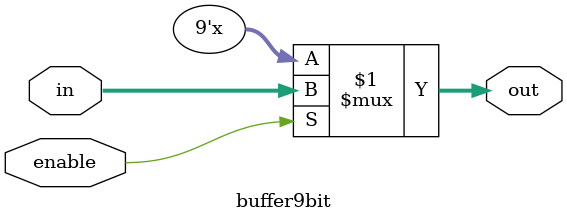
<source format=v>


module buffer6bit(input wire [5:0] in, input enable, output wire [5:0] out);
   // Program counter buffer
   assign out[5:0] = enable ? in[5:0] : 6'bzzzzzz;
endmodule // buffer6bit


module buffer9bit(input wire [8:0] in, input enable, output wire [8:0] out);
   // Data register buffer and memory buffer
   assign out[8:0] = enable ? in[8:0] : 9'bzzzzzzzzz;
endmodule // buffer9bit

</source>
